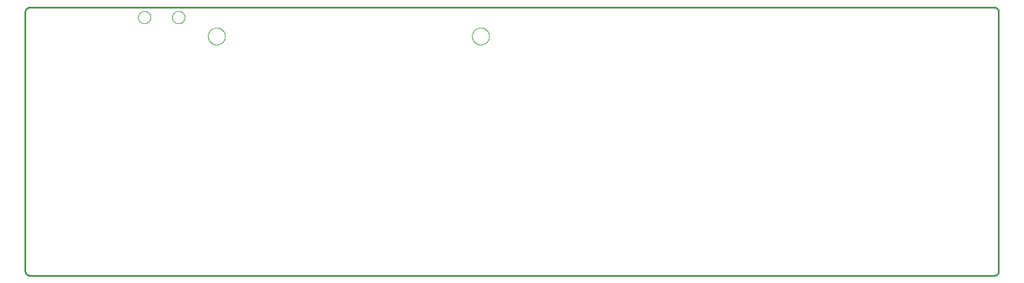
<source format=gbo>
G75*
%MOIN*%
%OFA0B0*%
%FSLAX25Y25*%
%IPPOS*%
%LPD*%
%AMOC8*
5,1,8,0,0,1.08239X$1,22.5*
%
%ADD10C,0.01000*%
%ADD11C,0.00000*%
D10*
X0004000Y0002343D02*
X0570300Y0002343D01*
X0570398Y0002345D01*
X0570496Y0002351D01*
X0570594Y0002360D01*
X0570691Y0002374D01*
X0570788Y0002391D01*
X0570884Y0002412D01*
X0570979Y0002437D01*
X0571073Y0002465D01*
X0571165Y0002498D01*
X0571257Y0002533D01*
X0571347Y0002573D01*
X0571435Y0002615D01*
X0571522Y0002662D01*
X0571606Y0002711D01*
X0571689Y0002764D01*
X0571769Y0002820D01*
X0571848Y0002880D01*
X0571924Y0002942D01*
X0571997Y0003007D01*
X0572068Y0003075D01*
X0572136Y0003146D01*
X0572201Y0003219D01*
X0572263Y0003295D01*
X0572323Y0003374D01*
X0572379Y0003454D01*
X0572432Y0003537D01*
X0572481Y0003621D01*
X0572528Y0003708D01*
X0572570Y0003796D01*
X0572610Y0003886D01*
X0572645Y0003978D01*
X0572678Y0004070D01*
X0572706Y0004164D01*
X0572731Y0004259D01*
X0572752Y0004355D01*
X0572769Y0004452D01*
X0572783Y0004549D01*
X0572792Y0004647D01*
X0572798Y0004745D01*
X0572800Y0004843D01*
X0572800Y0157343D01*
X0572798Y0157441D01*
X0572792Y0157539D01*
X0572783Y0157637D01*
X0572769Y0157734D01*
X0572752Y0157831D01*
X0572731Y0157927D01*
X0572706Y0158022D01*
X0572678Y0158116D01*
X0572645Y0158208D01*
X0572610Y0158300D01*
X0572570Y0158390D01*
X0572528Y0158478D01*
X0572481Y0158565D01*
X0572432Y0158649D01*
X0572379Y0158732D01*
X0572323Y0158812D01*
X0572263Y0158891D01*
X0572201Y0158967D01*
X0572136Y0159040D01*
X0572068Y0159111D01*
X0571997Y0159179D01*
X0571924Y0159244D01*
X0571848Y0159306D01*
X0571769Y0159366D01*
X0571689Y0159422D01*
X0571606Y0159475D01*
X0571522Y0159524D01*
X0571435Y0159571D01*
X0571347Y0159613D01*
X0571257Y0159653D01*
X0571165Y0159688D01*
X0571073Y0159721D01*
X0570979Y0159749D01*
X0570884Y0159774D01*
X0570788Y0159795D01*
X0570691Y0159812D01*
X0570594Y0159826D01*
X0570496Y0159835D01*
X0570398Y0159841D01*
X0570300Y0159843D01*
X0004000Y0159843D01*
X0003902Y0159841D01*
X0003804Y0159835D01*
X0003706Y0159826D01*
X0003609Y0159812D01*
X0003512Y0159795D01*
X0003416Y0159774D01*
X0003321Y0159749D01*
X0003227Y0159721D01*
X0003135Y0159688D01*
X0003043Y0159653D01*
X0002953Y0159613D01*
X0002865Y0159571D01*
X0002778Y0159524D01*
X0002694Y0159475D01*
X0002611Y0159422D01*
X0002531Y0159366D01*
X0002452Y0159306D01*
X0002376Y0159244D01*
X0002303Y0159179D01*
X0002232Y0159111D01*
X0002164Y0159040D01*
X0002099Y0158967D01*
X0002037Y0158891D01*
X0001977Y0158812D01*
X0001921Y0158732D01*
X0001868Y0158649D01*
X0001819Y0158565D01*
X0001772Y0158478D01*
X0001730Y0158390D01*
X0001690Y0158300D01*
X0001655Y0158208D01*
X0001622Y0158116D01*
X0001594Y0158022D01*
X0001569Y0157927D01*
X0001548Y0157831D01*
X0001531Y0157734D01*
X0001517Y0157637D01*
X0001508Y0157539D01*
X0001502Y0157441D01*
X0001500Y0157343D01*
X0001500Y0004843D01*
X0001502Y0004745D01*
X0001508Y0004647D01*
X0001517Y0004549D01*
X0001531Y0004452D01*
X0001548Y0004355D01*
X0001569Y0004259D01*
X0001594Y0004164D01*
X0001622Y0004070D01*
X0001655Y0003978D01*
X0001690Y0003886D01*
X0001730Y0003796D01*
X0001772Y0003708D01*
X0001819Y0003621D01*
X0001868Y0003537D01*
X0001921Y0003454D01*
X0001977Y0003374D01*
X0002037Y0003295D01*
X0002099Y0003219D01*
X0002164Y0003146D01*
X0002232Y0003075D01*
X0002303Y0003007D01*
X0002376Y0002942D01*
X0002452Y0002880D01*
X0002531Y0002820D01*
X0002611Y0002764D01*
X0002694Y0002711D01*
X0002778Y0002662D01*
X0002865Y0002615D01*
X0002953Y0002573D01*
X0003043Y0002533D01*
X0003135Y0002498D01*
X0003227Y0002465D01*
X0003321Y0002437D01*
X0003416Y0002412D01*
X0003512Y0002391D01*
X0003609Y0002374D01*
X0003706Y0002360D01*
X0003804Y0002351D01*
X0003902Y0002345D01*
X0004000Y0002343D01*
D11*
X0108800Y0142943D02*
X0108802Y0143084D01*
X0108808Y0143225D01*
X0108818Y0143365D01*
X0108832Y0143505D01*
X0108850Y0143645D01*
X0108871Y0143784D01*
X0108897Y0143923D01*
X0108926Y0144061D01*
X0108960Y0144197D01*
X0108997Y0144333D01*
X0109038Y0144468D01*
X0109083Y0144602D01*
X0109132Y0144734D01*
X0109184Y0144865D01*
X0109240Y0144994D01*
X0109300Y0145121D01*
X0109363Y0145247D01*
X0109429Y0145371D01*
X0109500Y0145494D01*
X0109573Y0145614D01*
X0109650Y0145732D01*
X0109730Y0145848D01*
X0109814Y0145961D01*
X0109900Y0146072D01*
X0109990Y0146181D01*
X0110083Y0146287D01*
X0110178Y0146390D01*
X0110277Y0146491D01*
X0110378Y0146589D01*
X0110482Y0146684D01*
X0110589Y0146776D01*
X0110698Y0146865D01*
X0110810Y0146950D01*
X0110924Y0147033D01*
X0111040Y0147113D01*
X0111159Y0147189D01*
X0111280Y0147261D01*
X0111402Y0147331D01*
X0111527Y0147396D01*
X0111653Y0147459D01*
X0111781Y0147517D01*
X0111911Y0147572D01*
X0112042Y0147624D01*
X0112175Y0147671D01*
X0112309Y0147715D01*
X0112444Y0147756D01*
X0112580Y0147792D01*
X0112717Y0147824D01*
X0112855Y0147853D01*
X0112993Y0147878D01*
X0113133Y0147898D01*
X0113273Y0147915D01*
X0113413Y0147928D01*
X0113554Y0147937D01*
X0113694Y0147942D01*
X0113835Y0147943D01*
X0113976Y0147940D01*
X0114117Y0147933D01*
X0114257Y0147922D01*
X0114397Y0147907D01*
X0114537Y0147888D01*
X0114676Y0147866D01*
X0114814Y0147839D01*
X0114952Y0147809D01*
X0115088Y0147774D01*
X0115224Y0147736D01*
X0115358Y0147694D01*
X0115492Y0147648D01*
X0115624Y0147599D01*
X0115754Y0147545D01*
X0115883Y0147488D01*
X0116010Y0147428D01*
X0116136Y0147364D01*
X0116259Y0147296D01*
X0116381Y0147225D01*
X0116501Y0147151D01*
X0116618Y0147073D01*
X0116733Y0146992D01*
X0116846Y0146908D01*
X0116957Y0146821D01*
X0117065Y0146730D01*
X0117170Y0146637D01*
X0117273Y0146540D01*
X0117373Y0146441D01*
X0117470Y0146339D01*
X0117564Y0146234D01*
X0117655Y0146127D01*
X0117743Y0146017D01*
X0117828Y0145905D01*
X0117910Y0145790D01*
X0117989Y0145673D01*
X0118064Y0145554D01*
X0118136Y0145433D01*
X0118204Y0145310D01*
X0118269Y0145185D01*
X0118331Y0145058D01*
X0118388Y0144929D01*
X0118443Y0144799D01*
X0118493Y0144668D01*
X0118540Y0144535D01*
X0118583Y0144401D01*
X0118622Y0144265D01*
X0118657Y0144129D01*
X0118689Y0143992D01*
X0118716Y0143854D01*
X0118740Y0143715D01*
X0118760Y0143575D01*
X0118776Y0143435D01*
X0118788Y0143295D01*
X0118796Y0143154D01*
X0118800Y0143013D01*
X0118800Y0142873D01*
X0118796Y0142732D01*
X0118788Y0142591D01*
X0118776Y0142451D01*
X0118760Y0142311D01*
X0118740Y0142171D01*
X0118716Y0142032D01*
X0118689Y0141894D01*
X0118657Y0141757D01*
X0118622Y0141621D01*
X0118583Y0141485D01*
X0118540Y0141351D01*
X0118493Y0141218D01*
X0118443Y0141087D01*
X0118388Y0140957D01*
X0118331Y0140828D01*
X0118269Y0140701D01*
X0118204Y0140576D01*
X0118136Y0140453D01*
X0118064Y0140332D01*
X0117989Y0140213D01*
X0117910Y0140096D01*
X0117828Y0139981D01*
X0117743Y0139869D01*
X0117655Y0139759D01*
X0117564Y0139652D01*
X0117470Y0139547D01*
X0117373Y0139445D01*
X0117273Y0139346D01*
X0117170Y0139249D01*
X0117065Y0139156D01*
X0116957Y0139065D01*
X0116846Y0138978D01*
X0116733Y0138894D01*
X0116618Y0138813D01*
X0116501Y0138735D01*
X0116381Y0138661D01*
X0116259Y0138590D01*
X0116136Y0138522D01*
X0116010Y0138458D01*
X0115883Y0138398D01*
X0115754Y0138341D01*
X0115624Y0138287D01*
X0115492Y0138238D01*
X0115358Y0138192D01*
X0115224Y0138150D01*
X0115088Y0138112D01*
X0114952Y0138077D01*
X0114814Y0138047D01*
X0114676Y0138020D01*
X0114537Y0137998D01*
X0114397Y0137979D01*
X0114257Y0137964D01*
X0114117Y0137953D01*
X0113976Y0137946D01*
X0113835Y0137943D01*
X0113694Y0137944D01*
X0113554Y0137949D01*
X0113413Y0137958D01*
X0113273Y0137971D01*
X0113133Y0137988D01*
X0112993Y0138008D01*
X0112855Y0138033D01*
X0112717Y0138062D01*
X0112580Y0138094D01*
X0112444Y0138130D01*
X0112309Y0138171D01*
X0112175Y0138215D01*
X0112042Y0138262D01*
X0111911Y0138314D01*
X0111781Y0138369D01*
X0111653Y0138427D01*
X0111527Y0138490D01*
X0111402Y0138555D01*
X0111280Y0138625D01*
X0111159Y0138697D01*
X0111040Y0138773D01*
X0110924Y0138853D01*
X0110810Y0138936D01*
X0110698Y0139021D01*
X0110589Y0139110D01*
X0110482Y0139202D01*
X0110378Y0139297D01*
X0110277Y0139395D01*
X0110178Y0139496D01*
X0110083Y0139599D01*
X0109990Y0139705D01*
X0109900Y0139814D01*
X0109814Y0139925D01*
X0109730Y0140038D01*
X0109650Y0140154D01*
X0109573Y0140272D01*
X0109500Y0140392D01*
X0109429Y0140515D01*
X0109363Y0140639D01*
X0109300Y0140765D01*
X0109240Y0140892D01*
X0109184Y0141021D01*
X0109132Y0141152D01*
X0109083Y0141284D01*
X0109038Y0141418D01*
X0108997Y0141553D01*
X0108960Y0141689D01*
X0108926Y0141825D01*
X0108897Y0141963D01*
X0108871Y0142102D01*
X0108850Y0142241D01*
X0108832Y0142381D01*
X0108818Y0142521D01*
X0108808Y0142661D01*
X0108802Y0142802D01*
X0108800Y0142943D01*
X0087758Y0154043D02*
X0087760Y0154163D01*
X0087766Y0154284D01*
X0087776Y0154404D01*
X0087790Y0154523D01*
X0087808Y0154642D01*
X0087829Y0154761D01*
X0087855Y0154879D01*
X0087885Y0154995D01*
X0087918Y0155111D01*
X0087955Y0155226D01*
X0087996Y0155339D01*
X0088041Y0155451D01*
X0088089Y0155561D01*
X0088141Y0155670D01*
X0088197Y0155776D01*
X0088256Y0155881D01*
X0088319Y0155984D01*
X0088384Y0156085D01*
X0088454Y0156184D01*
X0088526Y0156280D01*
X0088601Y0156374D01*
X0088680Y0156465D01*
X0088762Y0156554D01*
X0088846Y0156639D01*
X0088933Y0156723D01*
X0089023Y0156803D01*
X0089116Y0156880D01*
X0089211Y0156954D01*
X0089308Y0157024D01*
X0089408Y0157092D01*
X0089510Y0157156D01*
X0089614Y0157217D01*
X0089720Y0157274D01*
X0089828Y0157328D01*
X0089937Y0157378D01*
X0090048Y0157425D01*
X0090161Y0157468D01*
X0090275Y0157507D01*
X0090390Y0157542D01*
X0090506Y0157574D01*
X0090623Y0157601D01*
X0090741Y0157625D01*
X0090860Y0157645D01*
X0090979Y0157661D01*
X0091099Y0157673D01*
X0091219Y0157681D01*
X0091340Y0157685D01*
X0091460Y0157685D01*
X0091581Y0157681D01*
X0091701Y0157673D01*
X0091821Y0157661D01*
X0091940Y0157645D01*
X0092059Y0157625D01*
X0092177Y0157601D01*
X0092294Y0157574D01*
X0092410Y0157542D01*
X0092525Y0157507D01*
X0092639Y0157468D01*
X0092752Y0157425D01*
X0092863Y0157378D01*
X0092972Y0157328D01*
X0093080Y0157274D01*
X0093186Y0157217D01*
X0093290Y0157156D01*
X0093392Y0157092D01*
X0093492Y0157024D01*
X0093589Y0156954D01*
X0093684Y0156880D01*
X0093777Y0156803D01*
X0093867Y0156723D01*
X0093954Y0156639D01*
X0094038Y0156554D01*
X0094120Y0156465D01*
X0094199Y0156374D01*
X0094274Y0156280D01*
X0094346Y0156184D01*
X0094416Y0156085D01*
X0094481Y0155984D01*
X0094544Y0155881D01*
X0094603Y0155776D01*
X0094659Y0155670D01*
X0094711Y0155561D01*
X0094759Y0155451D01*
X0094804Y0155339D01*
X0094845Y0155226D01*
X0094882Y0155111D01*
X0094915Y0154995D01*
X0094945Y0154879D01*
X0094971Y0154761D01*
X0094992Y0154642D01*
X0095010Y0154523D01*
X0095024Y0154404D01*
X0095034Y0154284D01*
X0095040Y0154163D01*
X0095042Y0154043D01*
X0095040Y0153923D01*
X0095034Y0153802D01*
X0095024Y0153682D01*
X0095010Y0153563D01*
X0094992Y0153444D01*
X0094971Y0153325D01*
X0094945Y0153207D01*
X0094915Y0153091D01*
X0094882Y0152975D01*
X0094845Y0152860D01*
X0094804Y0152747D01*
X0094759Y0152635D01*
X0094711Y0152525D01*
X0094659Y0152416D01*
X0094603Y0152310D01*
X0094544Y0152205D01*
X0094481Y0152102D01*
X0094416Y0152001D01*
X0094346Y0151902D01*
X0094274Y0151806D01*
X0094199Y0151712D01*
X0094120Y0151621D01*
X0094038Y0151532D01*
X0093954Y0151447D01*
X0093867Y0151363D01*
X0093777Y0151283D01*
X0093684Y0151206D01*
X0093589Y0151132D01*
X0093492Y0151062D01*
X0093392Y0150994D01*
X0093290Y0150930D01*
X0093186Y0150869D01*
X0093080Y0150812D01*
X0092972Y0150758D01*
X0092863Y0150708D01*
X0092752Y0150661D01*
X0092639Y0150618D01*
X0092525Y0150579D01*
X0092410Y0150544D01*
X0092294Y0150512D01*
X0092177Y0150485D01*
X0092059Y0150461D01*
X0091940Y0150441D01*
X0091821Y0150425D01*
X0091701Y0150413D01*
X0091581Y0150405D01*
X0091460Y0150401D01*
X0091340Y0150401D01*
X0091219Y0150405D01*
X0091099Y0150413D01*
X0090979Y0150425D01*
X0090860Y0150441D01*
X0090741Y0150461D01*
X0090623Y0150485D01*
X0090506Y0150512D01*
X0090390Y0150544D01*
X0090275Y0150579D01*
X0090161Y0150618D01*
X0090048Y0150661D01*
X0089937Y0150708D01*
X0089828Y0150758D01*
X0089720Y0150812D01*
X0089614Y0150869D01*
X0089510Y0150930D01*
X0089408Y0150994D01*
X0089308Y0151062D01*
X0089211Y0151132D01*
X0089116Y0151206D01*
X0089023Y0151283D01*
X0088933Y0151363D01*
X0088846Y0151447D01*
X0088762Y0151532D01*
X0088680Y0151621D01*
X0088601Y0151712D01*
X0088526Y0151806D01*
X0088454Y0151902D01*
X0088384Y0152001D01*
X0088319Y0152102D01*
X0088256Y0152205D01*
X0088197Y0152310D01*
X0088141Y0152416D01*
X0088089Y0152525D01*
X0088041Y0152635D01*
X0087996Y0152747D01*
X0087955Y0152860D01*
X0087918Y0152975D01*
X0087885Y0153091D01*
X0087855Y0153207D01*
X0087829Y0153325D01*
X0087808Y0153444D01*
X0087790Y0153563D01*
X0087776Y0153682D01*
X0087766Y0153802D01*
X0087760Y0153923D01*
X0087758Y0154043D01*
X0067758Y0154043D02*
X0067760Y0154163D01*
X0067766Y0154284D01*
X0067776Y0154404D01*
X0067790Y0154523D01*
X0067808Y0154642D01*
X0067829Y0154761D01*
X0067855Y0154879D01*
X0067885Y0154995D01*
X0067918Y0155111D01*
X0067955Y0155226D01*
X0067996Y0155339D01*
X0068041Y0155451D01*
X0068089Y0155561D01*
X0068141Y0155670D01*
X0068197Y0155776D01*
X0068256Y0155881D01*
X0068319Y0155984D01*
X0068384Y0156085D01*
X0068454Y0156184D01*
X0068526Y0156280D01*
X0068601Y0156374D01*
X0068680Y0156465D01*
X0068762Y0156554D01*
X0068846Y0156639D01*
X0068933Y0156723D01*
X0069023Y0156803D01*
X0069116Y0156880D01*
X0069211Y0156954D01*
X0069308Y0157024D01*
X0069408Y0157092D01*
X0069510Y0157156D01*
X0069614Y0157217D01*
X0069720Y0157274D01*
X0069828Y0157328D01*
X0069937Y0157378D01*
X0070048Y0157425D01*
X0070161Y0157468D01*
X0070275Y0157507D01*
X0070390Y0157542D01*
X0070506Y0157574D01*
X0070623Y0157601D01*
X0070741Y0157625D01*
X0070860Y0157645D01*
X0070979Y0157661D01*
X0071099Y0157673D01*
X0071219Y0157681D01*
X0071340Y0157685D01*
X0071460Y0157685D01*
X0071581Y0157681D01*
X0071701Y0157673D01*
X0071821Y0157661D01*
X0071940Y0157645D01*
X0072059Y0157625D01*
X0072177Y0157601D01*
X0072294Y0157574D01*
X0072410Y0157542D01*
X0072525Y0157507D01*
X0072639Y0157468D01*
X0072752Y0157425D01*
X0072863Y0157378D01*
X0072972Y0157328D01*
X0073080Y0157274D01*
X0073186Y0157217D01*
X0073290Y0157156D01*
X0073392Y0157092D01*
X0073492Y0157024D01*
X0073589Y0156954D01*
X0073684Y0156880D01*
X0073777Y0156803D01*
X0073867Y0156723D01*
X0073954Y0156639D01*
X0074038Y0156554D01*
X0074120Y0156465D01*
X0074199Y0156374D01*
X0074274Y0156280D01*
X0074346Y0156184D01*
X0074416Y0156085D01*
X0074481Y0155984D01*
X0074544Y0155881D01*
X0074603Y0155776D01*
X0074659Y0155670D01*
X0074711Y0155561D01*
X0074759Y0155451D01*
X0074804Y0155339D01*
X0074845Y0155226D01*
X0074882Y0155111D01*
X0074915Y0154995D01*
X0074945Y0154879D01*
X0074971Y0154761D01*
X0074992Y0154642D01*
X0075010Y0154523D01*
X0075024Y0154404D01*
X0075034Y0154284D01*
X0075040Y0154163D01*
X0075042Y0154043D01*
X0075040Y0153923D01*
X0075034Y0153802D01*
X0075024Y0153682D01*
X0075010Y0153563D01*
X0074992Y0153444D01*
X0074971Y0153325D01*
X0074945Y0153207D01*
X0074915Y0153091D01*
X0074882Y0152975D01*
X0074845Y0152860D01*
X0074804Y0152747D01*
X0074759Y0152635D01*
X0074711Y0152525D01*
X0074659Y0152416D01*
X0074603Y0152310D01*
X0074544Y0152205D01*
X0074481Y0152102D01*
X0074416Y0152001D01*
X0074346Y0151902D01*
X0074274Y0151806D01*
X0074199Y0151712D01*
X0074120Y0151621D01*
X0074038Y0151532D01*
X0073954Y0151447D01*
X0073867Y0151363D01*
X0073777Y0151283D01*
X0073684Y0151206D01*
X0073589Y0151132D01*
X0073492Y0151062D01*
X0073392Y0150994D01*
X0073290Y0150930D01*
X0073186Y0150869D01*
X0073080Y0150812D01*
X0072972Y0150758D01*
X0072863Y0150708D01*
X0072752Y0150661D01*
X0072639Y0150618D01*
X0072525Y0150579D01*
X0072410Y0150544D01*
X0072294Y0150512D01*
X0072177Y0150485D01*
X0072059Y0150461D01*
X0071940Y0150441D01*
X0071821Y0150425D01*
X0071701Y0150413D01*
X0071581Y0150405D01*
X0071460Y0150401D01*
X0071340Y0150401D01*
X0071219Y0150405D01*
X0071099Y0150413D01*
X0070979Y0150425D01*
X0070860Y0150441D01*
X0070741Y0150461D01*
X0070623Y0150485D01*
X0070506Y0150512D01*
X0070390Y0150544D01*
X0070275Y0150579D01*
X0070161Y0150618D01*
X0070048Y0150661D01*
X0069937Y0150708D01*
X0069828Y0150758D01*
X0069720Y0150812D01*
X0069614Y0150869D01*
X0069510Y0150930D01*
X0069408Y0150994D01*
X0069308Y0151062D01*
X0069211Y0151132D01*
X0069116Y0151206D01*
X0069023Y0151283D01*
X0068933Y0151363D01*
X0068846Y0151447D01*
X0068762Y0151532D01*
X0068680Y0151621D01*
X0068601Y0151712D01*
X0068526Y0151806D01*
X0068454Y0151902D01*
X0068384Y0152001D01*
X0068319Y0152102D01*
X0068256Y0152205D01*
X0068197Y0152310D01*
X0068141Y0152416D01*
X0068089Y0152525D01*
X0068041Y0152635D01*
X0067996Y0152747D01*
X0067955Y0152860D01*
X0067918Y0152975D01*
X0067885Y0153091D01*
X0067855Y0153207D01*
X0067829Y0153325D01*
X0067808Y0153444D01*
X0067790Y0153563D01*
X0067776Y0153682D01*
X0067766Y0153802D01*
X0067760Y0153923D01*
X0067758Y0154043D01*
X0263800Y0142943D02*
X0263802Y0143084D01*
X0263808Y0143225D01*
X0263818Y0143365D01*
X0263832Y0143505D01*
X0263850Y0143645D01*
X0263871Y0143784D01*
X0263897Y0143923D01*
X0263926Y0144061D01*
X0263960Y0144197D01*
X0263997Y0144333D01*
X0264038Y0144468D01*
X0264083Y0144602D01*
X0264132Y0144734D01*
X0264184Y0144865D01*
X0264240Y0144994D01*
X0264300Y0145121D01*
X0264363Y0145247D01*
X0264429Y0145371D01*
X0264500Y0145494D01*
X0264573Y0145614D01*
X0264650Y0145732D01*
X0264730Y0145848D01*
X0264814Y0145961D01*
X0264900Y0146072D01*
X0264990Y0146181D01*
X0265083Y0146287D01*
X0265178Y0146390D01*
X0265277Y0146491D01*
X0265378Y0146589D01*
X0265482Y0146684D01*
X0265589Y0146776D01*
X0265698Y0146865D01*
X0265810Y0146950D01*
X0265924Y0147033D01*
X0266040Y0147113D01*
X0266159Y0147189D01*
X0266280Y0147261D01*
X0266402Y0147331D01*
X0266527Y0147396D01*
X0266653Y0147459D01*
X0266781Y0147517D01*
X0266911Y0147572D01*
X0267042Y0147624D01*
X0267175Y0147671D01*
X0267309Y0147715D01*
X0267444Y0147756D01*
X0267580Y0147792D01*
X0267717Y0147824D01*
X0267855Y0147853D01*
X0267993Y0147878D01*
X0268133Y0147898D01*
X0268273Y0147915D01*
X0268413Y0147928D01*
X0268554Y0147937D01*
X0268694Y0147942D01*
X0268835Y0147943D01*
X0268976Y0147940D01*
X0269117Y0147933D01*
X0269257Y0147922D01*
X0269397Y0147907D01*
X0269537Y0147888D01*
X0269676Y0147866D01*
X0269814Y0147839D01*
X0269952Y0147809D01*
X0270088Y0147774D01*
X0270224Y0147736D01*
X0270358Y0147694D01*
X0270492Y0147648D01*
X0270624Y0147599D01*
X0270754Y0147545D01*
X0270883Y0147488D01*
X0271010Y0147428D01*
X0271136Y0147364D01*
X0271259Y0147296D01*
X0271381Y0147225D01*
X0271501Y0147151D01*
X0271618Y0147073D01*
X0271733Y0146992D01*
X0271846Y0146908D01*
X0271957Y0146821D01*
X0272065Y0146730D01*
X0272170Y0146637D01*
X0272273Y0146540D01*
X0272373Y0146441D01*
X0272470Y0146339D01*
X0272564Y0146234D01*
X0272655Y0146127D01*
X0272743Y0146017D01*
X0272828Y0145905D01*
X0272910Y0145790D01*
X0272989Y0145673D01*
X0273064Y0145554D01*
X0273136Y0145433D01*
X0273204Y0145310D01*
X0273269Y0145185D01*
X0273331Y0145058D01*
X0273388Y0144929D01*
X0273443Y0144799D01*
X0273493Y0144668D01*
X0273540Y0144535D01*
X0273583Y0144401D01*
X0273622Y0144265D01*
X0273657Y0144129D01*
X0273689Y0143992D01*
X0273716Y0143854D01*
X0273740Y0143715D01*
X0273760Y0143575D01*
X0273776Y0143435D01*
X0273788Y0143295D01*
X0273796Y0143154D01*
X0273800Y0143013D01*
X0273800Y0142873D01*
X0273796Y0142732D01*
X0273788Y0142591D01*
X0273776Y0142451D01*
X0273760Y0142311D01*
X0273740Y0142171D01*
X0273716Y0142032D01*
X0273689Y0141894D01*
X0273657Y0141757D01*
X0273622Y0141621D01*
X0273583Y0141485D01*
X0273540Y0141351D01*
X0273493Y0141218D01*
X0273443Y0141087D01*
X0273388Y0140957D01*
X0273331Y0140828D01*
X0273269Y0140701D01*
X0273204Y0140576D01*
X0273136Y0140453D01*
X0273064Y0140332D01*
X0272989Y0140213D01*
X0272910Y0140096D01*
X0272828Y0139981D01*
X0272743Y0139869D01*
X0272655Y0139759D01*
X0272564Y0139652D01*
X0272470Y0139547D01*
X0272373Y0139445D01*
X0272273Y0139346D01*
X0272170Y0139249D01*
X0272065Y0139156D01*
X0271957Y0139065D01*
X0271846Y0138978D01*
X0271733Y0138894D01*
X0271618Y0138813D01*
X0271501Y0138735D01*
X0271381Y0138661D01*
X0271259Y0138590D01*
X0271136Y0138522D01*
X0271010Y0138458D01*
X0270883Y0138398D01*
X0270754Y0138341D01*
X0270624Y0138287D01*
X0270492Y0138238D01*
X0270358Y0138192D01*
X0270224Y0138150D01*
X0270088Y0138112D01*
X0269952Y0138077D01*
X0269814Y0138047D01*
X0269676Y0138020D01*
X0269537Y0137998D01*
X0269397Y0137979D01*
X0269257Y0137964D01*
X0269117Y0137953D01*
X0268976Y0137946D01*
X0268835Y0137943D01*
X0268694Y0137944D01*
X0268554Y0137949D01*
X0268413Y0137958D01*
X0268273Y0137971D01*
X0268133Y0137988D01*
X0267993Y0138008D01*
X0267855Y0138033D01*
X0267717Y0138062D01*
X0267580Y0138094D01*
X0267444Y0138130D01*
X0267309Y0138171D01*
X0267175Y0138215D01*
X0267042Y0138262D01*
X0266911Y0138314D01*
X0266781Y0138369D01*
X0266653Y0138427D01*
X0266527Y0138490D01*
X0266402Y0138555D01*
X0266280Y0138625D01*
X0266159Y0138697D01*
X0266040Y0138773D01*
X0265924Y0138853D01*
X0265810Y0138936D01*
X0265698Y0139021D01*
X0265589Y0139110D01*
X0265482Y0139202D01*
X0265378Y0139297D01*
X0265277Y0139395D01*
X0265178Y0139496D01*
X0265083Y0139599D01*
X0264990Y0139705D01*
X0264900Y0139814D01*
X0264814Y0139925D01*
X0264730Y0140038D01*
X0264650Y0140154D01*
X0264573Y0140272D01*
X0264500Y0140392D01*
X0264429Y0140515D01*
X0264363Y0140639D01*
X0264300Y0140765D01*
X0264240Y0140892D01*
X0264184Y0141021D01*
X0264132Y0141152D01*
X0264083Y0141284D01*
X0264038Y0141418D01*
X0263997Y0141553D01*
X0263960Y0141689D01*
X0263926Y0141825D01*
X0263897Y0141963D01*
X0263871Y0142102D01*
X0263850Y0142241D01*
X0263832Y0142381D01*
X0263818Y0142521D01*
X0263808Y0142661D01*
X0263802Y0142802D01*
X0263800Y0142943D01*
M02*

</source>
